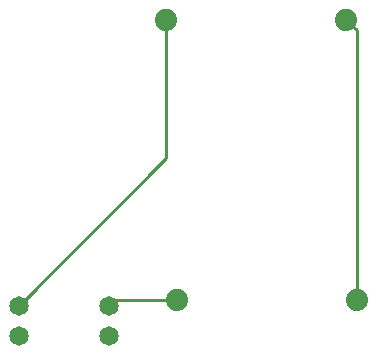
<source format=gbl>
G04 Layer: BottomLayer*
G04 EasyEDA v6.5.50, 2025-06-16 12:03:04*
G04 55e65c3ac0eb4ad98c6e674942cef6fe,3f078cb1506742e7acfa9f53f525b8a4,10*
G04 Gerber Generator version 0.2*
G04 Scale: 100 percent, Rotated: No, Reflected: No *
G04 Dimensions in millimeters *
G04 leading zeros omitted , absolute positions ,4 integer and 5 decimal *
%FSLAX45Y45*%
%MOMM*%

%ADD10C,0.2540*%
%ADD11C,1.6510*%
%ADD12C,1.8796*%
%ADD13C,0.0182*%

%LPD*%
D10*
X2679700Y4902200D02*
G01*
X2679700Y3728491D01*
X1430705Y2479497D01*
X2768600Y2527300D02*
G01*
X2240508Y2527300D01*
X2192705Y2479497D01*
X4292600Y2527300D02*
G01*
X4292600Y4813300D01*
X4203700Y4902200D01*
D11*
G01*
X1430705Y2479497D03*
G01*
X1430705Y2225497D03*
G01*
X2192705Y2479497D03*
G01*
X2192705Y2225497D03*
D12*
G01*
X2679700Y4902200D03*
G01*
X4203700Y4902200D03*
G01*
X2768600Y2527300D03*
G01*
X4292600Y2527300D03*
M02*

</source>
